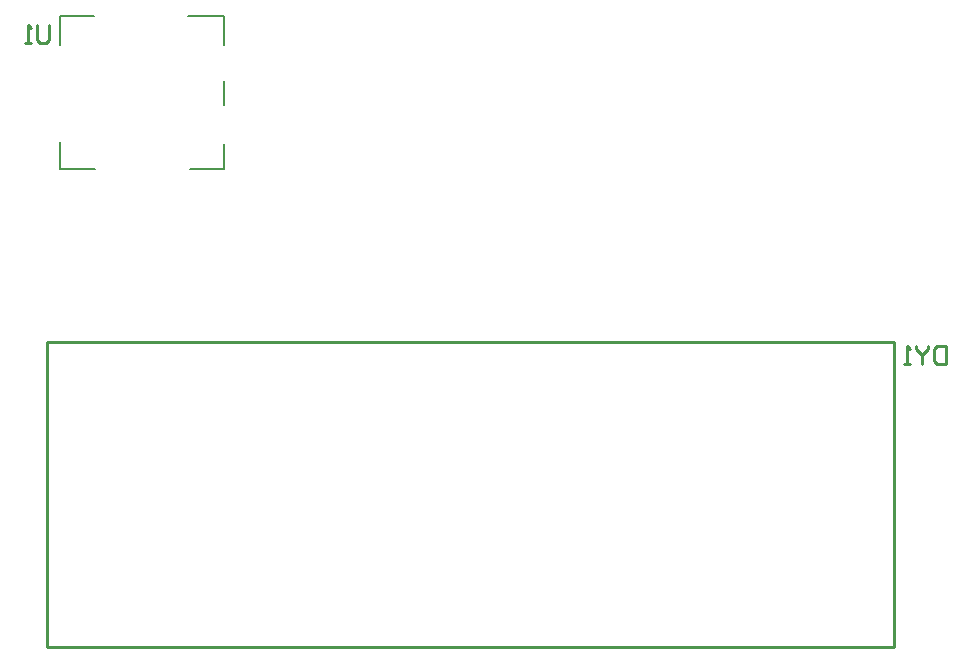
<source format=gbo>
G04*
G04 #@! TF.GenerationSoftware,Altium Limited,Altium Designer,23.4.1 (23)*
G04*
G04 Layer_Color=32896*
%FSLAX44Y44*%
%MOMM*%
G71*
G04*
G04 #@! TF.SameCoordinates,2680DE8E-D3BC-4794-95DD-0B2387E44050*
G04*
G04*
G04 #@! TF.FilePolarity,Positive*
G04*
G01*
G75*
%ADD11C,0.2000*%
%ADD13C,0.2540*%
D11*
X322554Y1529350D02*
Y1550670D01*
X322904Y1583690D02*
Y1604010D01*
X322554Y1634490D02*
Y1658350D01*
X183554D02*
X212414D01*
X292424D02*
X322554D01*
X183554Y1529350D02*
Y1551940D01*
Y1634490D02*
Y1658350D01*
Y1529350D02*
X213684D01*
X293694D02*
X322554D01*
D13*
X889762Y1124712D02*
Y1382522D01*
X172720Y1124712D02*
X889762D01*
X172720D02*
Y1382522D01*
X889762D01*
X933444Y1379218D02*
Y1363983D01*
X925827D01*
X923288Y1366522D01*
Y1376678D01*
X925827Y1379218D01*
X933444D01*
X918209D02*
Y1376678D01*
X913131Y1371600D01*
X908052Y1376678D01*
Y1379218D01*
X913131Y1371600D02*
Y1363983D01*
X902974D02*
X897896D01*
X900435D01*
Y1379218D01*
X902974Y1376678D01*
X174057Y1650744D02*
Y1638048D01*
X171518Y1635509D01*
X166439D01*
X163900Y1638048D01*
Y1650744D01*
X158822Y1635509D02*
X153743D01*
X156283D01*
Y1650744D01*
X158822Y1648204D01*
M02*

</source>
